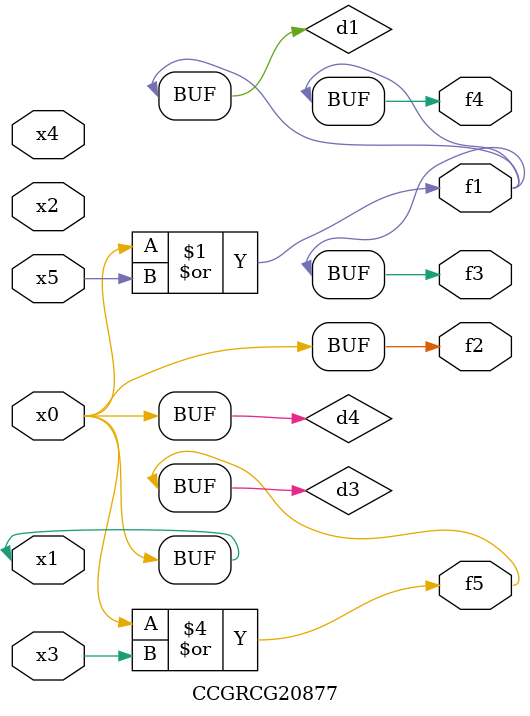
<source format=v>
module CCGRCG20877(
	input x0, x1, x2, x3, x4, x5,
	output f1, f2, f3, f4, f5
);

	wire d1, d2, d3, d4;

	or (d1, x0, x5);
	xnor (d2, x1, x4);
	or (d3, x0, x3);
	buf (d4, x0, x1);
	assign f1 = d1;
	assign f2 = d4;
	assign f3 = d1;
	assign f4 = d1;
	assign f5 = d3;
endmodule

</source>
